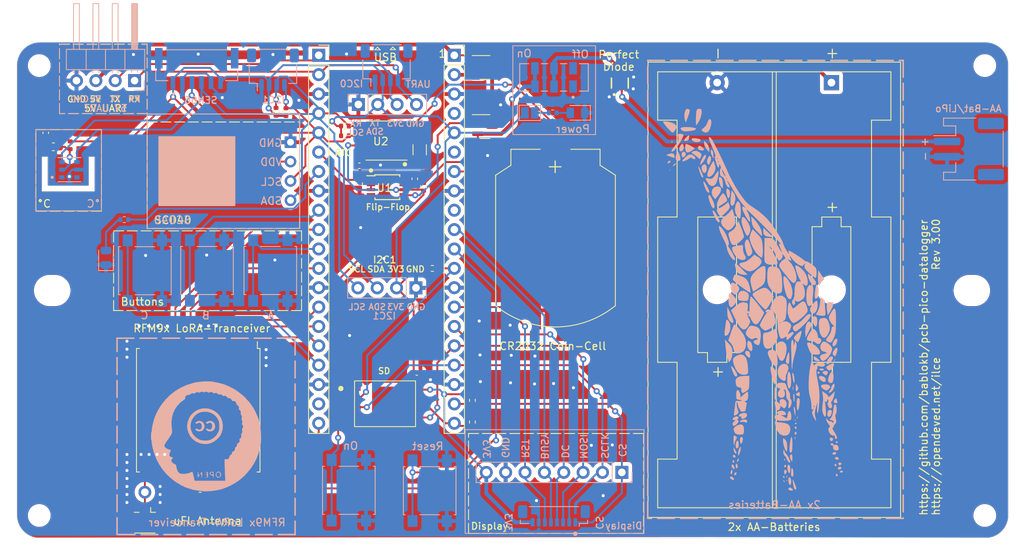
<source format=kicad_pcb>
(kicad_pcb (version 20221018) (generator pcbnew)
  (layers (0 "F.Cu" signal) (31 "B.Cu" signal) (34 "B.Paste" user) (35 "F.Paste" user) (36 "B.SilkS" user "B.Silkscreen") (37 "F.SilkS" user "F.Silkscreen") (38 "B.Mask" user) (39 "F.Mask" user) (44 "Edge.Cuts" user))
  (net 0 "")
  (net 1 "+BATT")
  (net 2 "GND")
  (net 3 "Net-(BT1-+)")
  (net 4 "/VSYS")
  (net 5 "/LoRa/ANT")
  (net 6 "SDA")
  (net 7 "/GP4_DONE")
  (net 8 "+3V3")
  (net 11 "/TX")
  (net 12 "/PC_GATE")
  (net 13 "/RX")
  (net 14 "SCL")
  (net 15 "MISO1")
  (net 16 "SCLK1")
  (net 17 "MOSI1")
  (net 18 "Lora_RST")
  (net 19 "Lora_CS")
  (net 20 "/VBUS")
  (net 21 "/GP27_ADC1")
  (net 22 "/Display_BUSY")
  (net 23 "/SD_CS")
  (net 24 "/Display_RST")
  (net 25 "/Display_DC")
  (net 26 "/MOSI0")
  (net 27 "/SCLK0")
  (net 28 "/Display_CS")
  (net 29 "/MISO0")
  (net 30 "Net-(Q1-D)")
  (net 31 "Net-(U1-D)")
  (net 32 "Net-(U2-OSCI)")
  (net 33 "Net-(U2-OSCO)")
  (net 36 "Net-(BT2-+)")
  (net 37 "Net-(IC1-VIN1)")
  (net 38 "/PS_STATUS")
  (net 39 "/VOUT")
  (net 42 "Net-(U6-VDD)")
  (net 43 "Net-(D1-A)")
  (net 44 "Net-(D2-A)")
  (net 46 "Net-(JP1-B)")
  (net 49 "RUN")
  (net 50 "SWD")
  (net 51 "SWA")
  (net 52 "SWB")
  (net 53 "SWC")
  (net 54 "~{ON}")
  (net 57 "Lora_DIO0")
  (footprint "Connector_PinSocket_2.54mm:PinSocket_1x20_P2.54mm_Vertical" (layer "F.Cu") (at 139.65 101.65)
    (fp_text reference "J2" hide)
    (fp_text value "Conn_Pico_Left")
  )
  (footprint "Capacitor_SMD:C_0402_1005Metric" (layer "F.Cu") (at 152.5 143.25)
    (fp_text reference "C3" hide)
    (fp_text value "100nF")
  )
  (footprint "user:Antenna_THT" (layer "F.Cu") (at 116.85 158.95)
    (fp_text reference "AE2" hide)
    (fp_text value "Antenna_THT")
  )
  (footprint "Capacitor_SMD:C_0402_1005Metric" (layer "F.Cu") (at 103.85 111.82 90)
    (fp_text reference "C4" hide)
    (fp_text value "100nF")
  )
  (footprint "Capacitor_SMD:C_0402_1005Metric" (layer "F.Cu") (at 152.25 117.85 90)
    (fp_text reference "C1" hide)
    (fp_text value "100nF")
  )
  (footprint "Resistor_SMD:R_0402_1005Metric" (layer "F.Cu") (at 143.09 110.935)
    (fp_text reference "R3" hide)
    (fp_text value "10K")
  )
  (footprint "Resistor_SMD:R_0402_1005Metric" (layer "F.Cu") (at 159.8 149.75 90)
    (fp_text reference "R6" hide)
    (fp_text value "100K")
  )
  (footprint "MountingHole:MountingHole_2.5mm" (layer "F.Cu") (at 103 103)
    (fp_text reference "H1" hide)
    (fp_text value "MountingHole")
  )
  (footprint "MountingHole:MountingHole_2.5mm" (layer "F.Cu") (at 227 103)
    (fp_text reference "H2" hide)
    (fp_text value "MountingHole")
  )
  (footprint "user:MountingHole_3.5_slotted" (layer "F.Cu") (at 225.3 132.5)
    (fp_text reference "H6" hide)
    (fp_text value "BBox_Mount")
  )
  (footprint "user:U.FL_Hirose_U.FL-R-SMT-1_Vertical" (layer "F.Cu") (at 116.85 162.226 -90)
    (fp_text reference "AE1" hide)
    (fp_text value "Antenna_u.FL")
  )
  (footprint "user:Crystal_SMD_3215-2Pin_3.2x1.5mm" (layer "F.Cu") (at 152.89 114.04 90)
    (fp_text reference "Y1" hide)
    (fp_text value "Crystal")
  )
  (footprint "Resistor_SMD:R_0402_1005Metric" (layer "F.Cu") (at 145 118.5 90)
    (fp_text reference "R1" hide)
    (fp_text value "100K")
  )
  (footprint "Resistor_SMD:R_0402_1005Metric" (layer "F.Cu") (at 134.05 109.06 -90)
    (fp_text reference "R10" hide)
    (fp_text value "10K")
  )
  (footprint "Capacitor_SMD:C_0603_1608Metric" (layer "F.Cu") (at 124.1 158.45)
    (fp_text reference "C6" hide)
    (fp_text value "10µF")
  )
  (footprint "Resistor_SMD:R_0402_1005Metric" (layer "F.Cu") (at 107.05 113.45 90)
    (fp_text reference "R8" hide)
    (fp_text value "220Ω")
  )
  (footprint "MountingHole:MountingHole_2.5mm" (layer "F.Cu") (at 227 162)
    (fp_text reference "H4" hide)
    (fp_text value "MountingHole")
  )
  (footprint "user:MountingHole_3.5_slotted" (layer "F.Cu") (at 104.7 132.5)
    (fp_text reference "H5" hide)
    (fp_text value "BBox_Mount")
  )
  (footprint "user:LM66200DRLR" (layer "F.Cu") (at 179.14 105.3)
    (fp_text reference "IC1" hide)
    (fp_text value "LM66200DRLR")
  )
  (footprint "Resistor_SMD:R_0402_1005Metric" (layer "F.Cu") (at 159.8 146.9 -90)
    (fp_text reference "R5" hide)
    (fp_text value "10K")
  )
  (footprint "Battery:BatteryHolder_Keystone_2462_2xAA" (layer "F.Cu") (at 206.89 105.235 -90)
    (fp_text reference "BT2" hide)
    (fp_text value "Battery")
  )
  (footprint "Resistor_SMD:R_0402_1005Metric" (layer "F.Cu") (at 135.35 109.1 -90)
    (fp_text reference "R9" hide)
    (fp_text value "10K")
  )
  (footprint "user:HOPERF_RFM9XW_SMD" (layer "F.Cu") (at 123.85 148.2 -90)
    (fp_text reference "U7" hide)
    (fp_text value "RFM95W-868S2")
  )
  (footprint "Capacitor_SMD:C_0603_1608Metric" (layer "F.Cu") (at 104.85 113.65 180)
    (fp_text reference "C5" hide)
    (fp_text value "10µF")
  )
  (footprint "Package_SO:TSSOP-8_3x3mm_P0.65mm" (layer "F.Cu") (at 148.65 118.95)
    (fp_text reference "U1")
    (fp_text value "74LVC2G74")
  )
  (footprint "user:CR2032_Holder" (layer "F.Cu") (at 170.7 124.075 90)
    (fp_text reference "BT1" hide)
    (fp_text value "Coin_Cell")
  )
  (footprint "user:XTSD" (layer "F.Cu") (at 148.35 147.255)
    (fp_text reference "U4" hide)
    (fp_text value "XTSD")
  )
  (footprint "MountingHole:MountingHole_2.5mm" (layer "F.Cu") (at 103 162)
    (fp_text reference "H3" hide)
    (fp_text value "MountingHole")
  )
  (footprint "Resistor_SMD:R_0402_1005Metric" (layer "F.Cu") (at 153.4 118.9 -90)
    (fp_text reference "R2" hide)
    (fp_text value "10K")
  )
  (footprint "Capacitor_SMD:C_0402_1005Metric" (layer "F.Cu") (at 144.98 116.14)
    (fp_text reference "C2" hide)
    (fp_text value "100nF")
  )
  (footprint "Connector_PinSocket_2.54mm:PinSocket_1x20_P2.54mm_Vertical" (layer "F.Cu") (at 157.43 101.65)
    (fp_text reference "J3" hide)
    (fp_text value "Conn_Pico_Right")
  )
  (footprint "Package_TO_SOT_SMD:SOT-23" (layer "F.Cu") (at 161.45 111)
    (fp_text reference "Q1" hide)
    (fp_text value "AO3401A")
  )
  (footprint "Package_SO:SOIC-8_3.9x4.9mm_P1.27mm" (layer "F.Cu") (at 147.79 112.84 180)
    (fp_text reference "U2")
    (fp_text value "PCF8523T")
  )
  (footprint "Resistor_SMD:R_0402_1005Metric" (layer "F.Cu") (at 154.55 129.6)
    (fp_text reference "R7" hide)
    (fp_text value "10K")
  )
  (footprint "Package_TO_SOT_SMD:SOT-23" (layer "F.Cu") (at 161.45 103.25)
    (fp_text reference "Q2" hide)
    (fp_text value "AO3401A")
  )
  (footprint "Resistor_SMD:R_0402_1005Metric" (layer "F.Cu") (at 143.09 112.205)
    (fp_text reference "R4" hide)
    (fp_text value "10K")
  )
  (footprint "user:giraffe" (layer "B.Cu") (at 197.082707 135.960722 180)
    (fp_text reference "G***")
    (fp_text value "LOGO" hide)
  )
  (footprint "Connector_PinHeader_2.54mm:PinHeader_1x04_P2.54mm_Horizontal" (layer "B.Cu") (at 115.5 104.975 90)
    (fp_text reference "J12" hide)
    (fp_text value "Conn_UART_5V")
  )
  (footprint "LED_SMD:LED_0805_2012Metric" (layer "B.Cu") (at 111.75 128.2 90)
    (fp_text reference "D2" hide)
    (fp_text value "LED red")
  )
  (footprint "LOGO" (layer "B.Cu") (at 124.873939 151.635095 180)
    (fp_text reference "G***" hide)
    (fp_text value "LOGO" hide)
  )
  (footprint "user:JST_SH_SM04B-SRSS-TB_1x04-1MP_P1.00mm_Horizontal" (layer "B.Cu") (at 148.54 102.95)
    (fp_text reference "J9" hide)
    (fp_text value "Conn_I2C0")
  )
  (footprint "Connector_PinHeader_2.54mm:PinHeader_1x04_P2.54mm_Vertical" (layer "B.Cu") (at 144.85 108.1 -90)
    (fp_text reference "J14" hide)
    (fp_text value "THT_I2C0" hide)
  )
  (footprint "LED_SMD:LED_0805_2012Metric" (layer "B.Cu") (at 173.5875 109.2 180)
    (fp_text reference "D1" hide)
    (fp_text value "LED green")
  )
  (footprint "user:SW_SPST_B3S-1000" (layer "B.Cu") (at 133.3 129.875 -90)
    (fp_text reference "SW1" hide)
    (fp_text value "SW_Push")
  )
  (footprint "Connector_PinHeader_2.54mm:PinHeader_1x04_P2.54mm_Vertical" (layer "B.Cu") (at 152.4 132.15 90)
    (fp_text reference "J13" hide)
    (fp_text value "THT_I2C1" hide)
  )
  (footprint "user:SW_SPST_B3S-1000" (layer "B.Cu") (at 116.85 129.9 -90)
    (fp_text reference "SW3" hide)
    (fp_text value "SW_Push")
  )
  (footprint "user:JST_SUR_BM08B-SURS-TF_1x08-1MP_P0.80mm_Vertical" (layer "B.Cu") (at 170.5 162.05 180)
    (fp_text reference "J6" hide)
    (fp_text value "Conn_Display")
  )
  (footprint "user:JST_SH_SM04B-SRSS-TB_1x04-1MP_P1.00mm_Horizontal" (layer "B.Cu") (at 133.65 103.55)
    (fp_text reference "J11" hide)
    (fp_text value "Conn_I2C1")
  )
  (footprint "Resistor_SMD:R_0402_1005Metric" (layer "B.Cu") (at 114.15 123.2)
    (fp_text reference "R12" hide)
    (fp_text value "330Ω")
  )
  (footprint "Connector_PinHeader_2.54mm:PinHeader_1x08_P2.54mm_Vertical" (layer "B.Cu") (at 179.405 156.35 90)
    (fp_text reference "J17" hide)
    (fp_text value "Disp_THT")
  )
  (footprint "user:SW_SPST_B3S-1000" (layer "B.Cu") (at 154.2 158.75 -90)
    (fp_text reference "SW4" hide)
    (fp_text value "SW_Push")
  )
  (footprint "user:SCD40_Breakout" (layer "B.Cu") (at 135.95 113.05 180)
    (fp_text reference "U5" hide)
    (fp_text value "SCD40_Breakout")
  )
  (footprint "user:SW_SPST_B3S-1000" (layer "B.Cu") (at 125 129.875 -90)
    (fp_text reference "SW2" hide)
    (fp_text value "SW_Push")
  )
  (footprint "Jumper:SolderJumper-2_P1.3mm_Open_Pad1.0x1.5mm" (layer "B.Cu") (at 167.3375 109.2)
    (fp_text reference "JP1" hide)
    (fp_text value "JP_Power")
  )
  (footprint "user:SW_SPST_B3S-1000" (layer "B.Cu") (at 143.6 158.7 -90)
    (fp_text reference "SW5" hide)
    (fp_text value "SW_Push")
  )
  (footprint "user:JST_SM06B-GHS-TB_LF_SN" (layer "B.Cu") (at 123.65 103.35)
    (fp_text reference "J4" hide)
    (fp_text value "SM06B-GHS-TB_LF_SN")
  )
  (footprint "user:JST_PH_S2B-PH-SM4-TB_1x02-1MP_P2.00mm_Horizontal" (layer "B.Cu") (at 224.9 113.95 -90)
    (fp_text reference "J1" hide)
    (fp_text value "JST-PH2 Bat")
  )
  (footprint "user:AHT20" (layer "B.Cu") (at 106.95 116.65)
    (fp_text reference "U6" hide)
    (fp_text value "AHT20")
  )
  (footprint "user:SW_JS202011JCQN" (layer "B.Cu") (at 170.505 104.55 90)
    (fp_text reference "S1" hide)
    (fp_text value "JS202011JCQN")
  )
  (footprint "Resistor_SMD:R_0402_1005Metric" (layer "B.Cu") (at 170.3375 109.2)
    (fp_text reference "R11" hide)
    (fp_text value "1K")
  )
  (gr_rect (start 105.65 100.2) (end 117.15 109.3) (stroke (width 0.12) (type dash)) (fill none) (layer "B.SilkS"))
  (gr_rect (start 102.55 111.4) (end 111.15 122.05) (stroke (width 0.12)) (fill none) (layer "B.SilkS"))
  (gr_rect (start 113.2 138.75) (end 136.55 164.5) (stroke (width 0.2) (type dash)) (fill none) (layer "B.SilkS"))
  (gr_circle (center 173.3 164.4) (end 173.076393 164.4) (stroke (width 0.12)) (fill solid) (layer "B.SilkS"))
  (gr_rect (start 165.105 100.4) (end 175.955 112.05) (stroke (width 0.12)) (fill none) (layer "B.SilkS"))
  (gr_rect (start 182.8 102.325) (end 216.3 162.375) (stroke (width 0.2) (type dash)) (fill none) (layer "B.SilkS"))
  (gr_rect (start 158.85 150.75) (end 182.3 164.35) (stroke (width 0.12)) (fill none) (layer "B.SilkS"))
  (gr_rect (start 105.65 100.2) (end 117.15 109.3) (stroke (width 0.12) (type dash)) (fill none) (layer "F.SilkS"))
  (gr_line (start 149.73 100.91) (end 149.05 100.91) (stroke (width 0.12)) (layer "F.SilkS"))
  (gr_line (start 149.36 100.57) (end 149.73 100.91) (stroke (width 0.12)) (layer "F.SilkS"))
  (gr_line (start 147.02 100.93) (end 147.35 100.59) (stroke (width 0.12)) (layer "F.SilkS"))
  (gr_rect (start 117.15 110.4) (end 137.15 124.35) (stroke (width 0.12) (type dash)) (fill none) (layer "F.SilkS"))
  (gr_line (start 144.89 100.93) (end 144.87 100.93) (stroke (width 0.12)) (layer "F.SilkS"))
  (gr_rect (start 102.55 111.4) (end 111.15 122.1) (stroke (width 0.12) (type dash)) (fill none) (layer "F.SilkS"))
  (gr_circle (center 146.5 116.75) (end 146.5 116.973607) (stroke (width 0.12)) (fill solid) (layer "F.SilkS"))
  (gr_rect (start 112.75 124.675) (end 137.4 135.125) (stroke (width 0.12) (type dash)) (fill none) (layer "F.SilkS"))
  (gr_circle (center 150.95 115.95) (end 150.95 116.173607) (stroke (width 0.12)) (fill solid) (layer "F.SilkS"))
  (gr_line (start 147.72 100.93) (end 147.04 100.93) (stroke (width 0.12)) (layer "F.SilkS"))
  (gr_line (start 149.05 100.91) (end 149.03 100.91) (stroke (width 0.12)) (layer "F.SilkS"))
  (gr_line (start 147.35 100.59) (end 147.72 100.93) (stroke (width 0.12)) (layer "F.SilkS"))
  (gr_line (start 149.03 100.91) (end 149.36 100.57) (stroke (width 0.12)) (layer "F.SilkS"))
  (gr_rect (start 159.3 151.25) (end 182.25 164.35) (stroke (width 0.12) (type dash)) (fill none) (layer "F.SilkS"))
  (gr_line locked (start 227.082526 164.955) (end 103.082526 164.955) (stroke (width 0.05)) (layer "Edge.Cuts"))
  (gr_line locked (start 100.082526 161.955) (end 100.082526 102.955) (stroke (width 0.05)) (layer "Edge.Cuts"))
  (gr_arc locked (start 230.082526 161.955) (mid 229.203846 164.07632) (end 227.082526 164.955) (stroke (width 0.05)) (layer "Edge.Cuts"))
  (gr_line locked (start 103.082526 99.955) (end 227.082526 99.955) (stroke (width 0.05)) (layer "Edge.Cuts"))
  (gr_line locked (start 230.082526 102.955) (end 230.082526 161.955) (stroke (width 0.05)) (layer "Edge.Cuts"))
  (gr_arc locked (start 103.082526 164.955) (mid 100.961206 164.07632) (end 100.082526 161.955) (stroke (width 0.05)) (layer "Edge.Cuts"))
  (gr_poly (pts (xy 104.1 114.95) (xy 104.1 118.75) (xy 109.5 118.75) (xy 109.5 114.95) (xy 110.25 114.95) (xy 110.25 119.5) (xy 103.35 119.5) (xy 103.35 114.95)) (stroke (width 0.05)) (fill none) (layer "Edge.Cuts"))
  (gr_arc locked (start 227.082526 99.955) (mid 229.203846 100.83368) (end 230.082526 102.955) (stroke (width 0.05)) (layer "Edge.Cuts"))
  (gr_arc locked (start 100.082526 102.955) (mid 100.961206 100.83368) (end 103.082526 99.955) (stroke (width 0.05)) (layer "Edge.Cuts"))
  (gr_text "SEN66" (at 124.2 107.55) (layer "B.SilkS") (effects (font (size 0.9 0.9)) (justify mirror)))
  (gr_text "+" (at 219.25 113 -90) (layer "B.SilkS") (effects (font (size 1 1)) (justify mirror)))
  (gr_text "I2C1" (at 148.24 135.83) (layer "B.SilkS") (effects (font (size 0.9 0.9)) (justify mirror)))
  (gr_text "SCLK" (at 177.15 152.8525 -90) (layer "B.SilkS") (effects (font (size 0.9 0.9)) (justify mirror)))
  (gr_text "TX" (at 147.01 110.55) (layer "B.SilkS") (effects (font (size 0.8 0.8)) (justify mirror)))
  (gr_text "Power" (at 175.305 111.9) (layer "B.SilkS") (effects (font (size 1 1)) (justify left bottom mirror)))
  (gr_text "Display" (at 179.65 163.35) (layer "B.SilkS") (effects (font (size 0.9 0.9)) (justify mirror)))
  (gr_text "AA-Bat/LiPo" (at 224.85 108.65) (layer "B.SilkS") (effects (font (size 0.9 0.9)) (justify mirror)))
  (gr_text "5V UART" (at 111.7 108.6) (layer "B.SilkS") (effects (font (size 0.9 0.9)) (justify mirror)))
  (gr_text "SDA" (at 147.311906 134.65) (layer "B.SilkS") (effects (font (size 0.8 0.8)) (justify mirror)))
  (gr_text "RX" (at 115.5 107.4) (layer "B.SilkS") (effects (font (size 0.8 0.8)) (justify mirror)))
  (gr_text "RX" (at 144.52 110.58) (layer "B.SilkS") (effects (font (size 0.8 0.8)) (justify mirror)))
  (gr_text "SCL" (at 144.46 111.8) (layer "B.SilkS") (effects (font (size 0.8 0.8)) (justify mirror)))
  (gr_text "A" (at 133.9 136.35) (layer "B.SilkS") (effects (font (size 1 1)) (justify left bottom mirror)))
  (gr_text "5V" (at 110.42 107.4) (layer "B.SilkS") (effects (font (size 0.8 0.8)) (justify mirror)))
  (gr_text "SCL" (at 144.661906 134.65) (layer "B.SilkS") (effects (font (size 0.8 0.8)) (justify mirror)))
  (gr_text "DC" (at 171.96 153.589938 -90) (layer "B.SilkS") (effects (font (size 0.9 0.9)) (justify mirror)))
  (gr_text "On" (at 167.655 102) (layer "B.SilkS") (effects (font (size 1 1)) (justify left bottom mirror)))
  (gr_text "3V3" (at 149.71 110.58) (layer "B.SilkS") (effects (font (size 0.8 0.8)) (justify mirror)))
  (gr_text "BUSY" (at 169.26 152.889938 -90) (layer "B.SilkS") (effects (font (size 0.9 0.9)) (justify mirror)))
  (gr_text "3V3" (at 161.65 153.278572 -90) (layer "B.SilkS") (effects (font (size 0.9 0.9)) (justify mirror)))
  (gr_text "-" (at 219.3 114.9 -90) (layer "B.SilkS") (effects (font (size 1 1)) (justify mirror)))
  (gr_text "GND" (at 152.3 110.61) (layer "B.SilkS") (effects (font (size 0.8 0.8)) (justify mirror)))
  (gr_text "C" (at 117.4 136.35) (layer "B.SilkS") (effects (font (size 1 1)) (justify left bottom mirror)))
  (gr_text "Reset" (at 156.1 153.5) (layer "B.SilkS") (effects (font (size 1 1)) (justify left bottom mirror)))
  (gr_text "MOSI" (at 174.36 152.939938 -90) (layer "B.SilkS") (effects (font (size 0.9 0.9)) (justify mirror)))
  (gr_text "I2C1" (at 133.7 107.5) (layer "B.SilkS") (effects (font (size 0.9 0.9)) (justify mirror)))
  (gr_text "UART" (at 152.68 105.44) (layer "B.SilkS") (effects (font (size 0.9 0.9)) (justify mirror)))
  (gr_text "TX" (at 112.96 107.4) (layer "B.SilkS") (effects (font (size 0.8 0.8)) (justify mirror)))
  (gr_text "CS" (at 176.45 162.95 -90) (layer "B.SilkS") (effects (font (size 0.9 0.9)) (justify mirror)))
  (gr_text "GND" (at 108.28 107.4) (layer "B.SilkS") (effects (font (size 0.8 0.8)) (justify mirror)))
  (gr_text "I2C0" (at 143.95 105.38) (layer "B.SilkS") (effects (font (size 0.9 0.9)) (justify mirror)))
  (gr_text "On" (at 144.9 153.45) (layer "B.SilkS") (effects (font (size 1 1)) (justify left bottom mirror)))
  (gr_text "GND" (at 152.411906 134.65) (layer "B.SilkS") (effects (font (size 0.8 0.8)) (justify mirror)))
  (gr_text "3V3" (at 149.761906 134.65) (layer "B.SilkS") (effects (font (size 0.8 0.8)) (justify mirror)))
  (gr_text "2x AA-Batteries" (at 205.59143 161.2) (layer "B.SilkS") (effects (font (size 1 1)) (justify left bottom mirror)))
  (gr_text "CS" (at 179.46 153.439938 -90) (layer "B.SilkS") (effects (font (size 0.9 0.9)) (justify mirror)))
  (gr_text "°C" (at 111.1 121.7) (layer "B.SilkS") (effects (font (size 1 1)) (justify left bottom mirror)))
  (gr_text "GND" (at 164.11 153.089938 -90) (layer "B.SilkS") (effects (font (size 0.9 0.9)) (justify mirror)))
  (gr_text "Off" (at 175.155 102.1) (layer "B.SilkS") (effects (font (size 1 1)) (justify left bottom mirror)))
  (gr_text "RFM9x LoRA-Tranceiver" (at 135.4 163.5) (layer "B.SilkS") (effects (font (size 1 1)) (justify left bottom mirror)))
  (gr_text "B" (at 125.45 136.35) (layer "B.SilkS") (effects (font (size 1 1)) (justify left bottom mirror)))
  (gr_text "3V3" (at 164.51 162.939938 -90) (layer "B.SilkS") (effects (font (size 0.9 0.9)) (justify mirror)))
  (gr_text "SDA" (at 147.02 111.65) (layer "B.SilkS") (effects (font (size 0.8 0.8)) (justify mirror)))
  (gr_text "RST" (at 166.71 153.239938 -90) (layer "B.SilkS") (effects (font (size 0.9 0.9)) (justify mirror)))
  (gr_text "TX" (at 112.95 107.4) (layer "F.SilkS") (effects (font (size 0.8 0.8))))
  (gr_text "Perfect\nDiode" (at 179 103.75) (layer "F.SilkS") (effects (font (size 1 1)) (justify bottom)))
  (gr_text "5V UART" (at 111.691906 108.6) (layer "F.SilkS") (effects (font (size 0.9 0.9))))
  (gr_text "2x AA-Batteries" (at 193.198571 164.1) (layer "F.SilkS") (effects (font (size 1 1)) (justify left bottom)))
  (gr_text "https://github.com/bablokb/pcb-pico-datalogger\nhttps://opendeved.net/ilce               Rev 3.00" (at 219.8 162.1 90) (layer "F.SilkS") (effects (font (size 1 1)) (justify left)))
  (gr_text "RTC" (at 141.65 114.45) (layer "F.SilkS") (effects (font (size 0.8 0.8)) (justify left)))
  (gr_text "SCD40" (at 118 123.85) (layer "F.SilkS") (effects (font (size 1 1)) (justify left bottom)))
  (gr_text "3V3" (at 149.761906 129.7) (layer "F.SilkS") (effects (font (size 0.8 0.8))))
  (gr_text "GND" (at 107.9 107.4) (layer "F.SilkS") (effects (font (size 0.8 0.8))))
  (gr_text "USB" (at 146.8 102.5) (layer "F.SilkS") (effects (font (size 1 1)) (justify left bottom)))
  (gr_text "RX" (at 115.45 107.4) (layer "F.SilkS") (effects (font (size 0.8 0.8))))
  (gr_text "GND" (at 152.311906 129.7) (layer "F.SilkS") (effects (font (size 0.8 0.8))))
  (gr_text "1" (at 155.85 101.45) (layer "F.SilkS") (effects (font (size 1 1))))
  (gr_text "Flip-Flop" (at 145.75 121.55) (layer "F.SilkS") (effects (font (size 0.8 0.8)) (justify left)))
  (gr_text "CR2032 Coin-Cell" (at 163.25 140.375) (layer "F.SilkS") (effects (font (size 1 1)) (justify left bottom)))
  (gr_text "5V" (at 110.35 107.4) (layer "F.SilkS") (effects (font (size 0.8 0.8))))
  (gr_text "Buttons" (at 113.6 134.55) (layer "F.SilkS") (effects (font (size 1 1)) (justify left bottom)))
  (gr_text "°C" (at 102.65 121.7) (layer "F.SilkS") (effects (font (size 1 1)) (justify left bottom)))
  (gr_text "Display" (at 162.05 163.4) (layer "F.SilkS") (effects (font (size 0.9 0.9))))
  (gr_text "uFl Antenna" (at 120.5 163.3) (layer "F.SilkS") (effects (font (size 1 1)) (justify left bottom)))
  (gr_text "SD" (at 147.35 143.05) (layer "F.SilkS") (effects (font (size 0.8 0.8)) (justify left)))
  (gr_text "RFM9x LoRA-Tranceiver" (at 115.25 138.05) (layer "F.SilkS") (effects (font (size 1 1)) (justify left bottom)))
  (gr_text "SDA" (at 147.161906 129.7) (layer "F.SilkS") (effects (font (size 0.8 0.8))))
  (gr_text "I2C1" (at 148.3 128.47) (layer "F.SilkS") (effects (font (size 0.9 0.9))))
  (gr_text "SCL" (at 144.661906 129.7) (layer "F.SilkS") (effects (font (size 0.8 0.8))))
  (segment (start 160.5125 111.95) (end 163.6 111.95) (width 0.5) (layer "F.Cu") (net 1))
  (segment (start 152.25 118.33) (end 153.62 118.33) (width 0.25) (layer "F.Cu") (net 1))
  (segment (start 145.202391 116.85) (end 149.675 116.85) (width 0.25) (layer "F.Cu") (net 1))
  (segment (start 156.3 115.65) (end 158.35 115.65) (width 0.25) (layer "F.Cu") (net 1))
  (segment (start 153.62 118.33) (end 156.3 115.65) (width 0.25) (layer "F.Cu") (net 1))
  (segment (start 149.675 116.85) (end 150.8 117.975) (width 0.25) (layer "F.Cu") (net 1))
  (segment (start 145.315 114.745) (end 144.5 115.56) (width 0.25) (layer "F.Cu") (net 1))
  (segment (start 144.5 115.56) (end 144.5 116.14) (width 0.25) (layer "F.Cu") (net 1))
  (segment (start 163.6 111.95) (end 165 110.55) (width 0.5) (layer "F.Cu") (net 1))
  (segment (start 158.35 115.65) (end 160.5125 113.4875) (width 0.25) (layer "F.Cu") (net 1))
  (segment (start 144.5 116.147609) (end 145.202391 116.85) (width 0.25) (layer "F.Cu") (net 1))
  (segment (start 150.8 118.625) (end 151.955 118.625) (width 0.25) (layer "F.Cu") (net 1))
  (segment (start 160.5125 113.4875) (end 160.5125 111.95) (width 0.25) (layer "F.Cu") (net 1))
  (segment (start 144.5 116.14) (end 144.5 116.147609) (width 0.25) (layer "F.Cu") (net 1))
  (segment (start 165 110.55) (end 165 107.4) (width 0.5) (layer "F.Cu") (net 1))
  (segment (start 151.955 118.625) (end 152.25 118.33) (width 0.25) (layer "F.Cu") (net 1))
  (segment (start 150.8 118.625) (end 150.8 117.975) (width 0.25) (layer "F.Cu") (net 1))
  (via (at 165 107.4) (size 0.8) (drill 0.4) (layers "F.Cu" "B.Cu") (net 1))
  (segment (start 168.005 103.35) (end 168.005 105.75) (width 0.5) (layer "B.Cu") (net 1))
  (segment (start 166.65 105.75) (end 168.005 105.75) (width 0.5) (layer "B.Cu") (net 1))
  (segment (start 165 107.4) (end 166.65 105.75) (width 0.5) (layer "B.Cu") (net 1))
  (segment (start 179.89 106.04) (end 180.89 106.04) (width 0.25) (layer "F.Cu") (net 2))
  (segment (start 145.46 116.14) (end 147.66 116.14) (width 0.25) (layer "F.Cu") (net 2))
  (segment (start 180.89 106.04) (end 180.9 106.05) (width 0.25) (layer "F.Cu") (net 2))
  (segment (start 178.39 106.04) (end 178.39 106.46) (width 0.25) (layer "F.Cu") (net 2))
  (segment (start 180.91 104.54) (end 180.95 104.5) (width 0.25) (layer "F.Cu") (net 2))
  (segment (start 178.39 106.46) (end 177.75 107.1) (width 0.25) (layer "F.Cu") (net 2))
  (segment (start 179.89 104.54) (end 180.91 104.54) (width 0.25) (layer "F.Cu") (net 2))
  (segment (start 150.265 110.935) (end 148.8 110.935) (width 0.25) (layer "F.Cu") (net 2))
  (segment (start 147.66 116.14) (end 147.75 116.05) (width 0.25) (layer "F.Cu") (net 2))
  (via (at 124.95 127.85) (size 0.8) (drill 0.4) (layers "F.Cu" "B.Cu") (net 2))
  (via (at 114.5 154) (size 0.8) (drill 0.4) (layers "F.Cu" "B.Cu") (net 2))
  (via (at 164.9 141) (size 0.8) (drill 0.4) (layers "F.Cu" "B.Cu") (net 2))
  (via (at 164.75 137.05) (size 0.8) (drill 0.4) (layers "F.Cu" "B.Cu") (net 2))
  (via (at 164.8 144.6) (size 0.8) (drill 0.4) (layers "F.Cu" "B.Cu") (net 2))
  (via (at 173.05 145.25) (size 0.8) (drill 0.4) (layers "F.Cu" "B.Cu") (net 2))
  (via (at 177.75 107.1) (size 0.8) (drill 0.4) (layers "F.Cu" "B.Cu") (net 2))
  (via (at 114.5 160.3) (size 0.8) (drill 0.4) (layers "F.Cu" "B.Cu") (net 2))
  (via (at 160.8 140.95) (size 0.8) (drill 0.4) (layers "F.Cu" "B.Cu") (net 2))
  (via (at 126.2 137.15) (size 0.8) (drill 0.4) (layers "F.Cu" "B.Cu") (net 2))
  (via (at 145.15 124.25) (size 0.8) (drill 0.4) (layers "F.Cu" "B.Cu") (net 2))
  (via (at 167.95 144.75) (size 0.8) (drill 0.4) (layers "F.Cu" "B.Cu") (net 2))
  (via (at 160.85 144.45) (size 0.8) (drill 0.4) (layers "F.Cu" "B.Cu") (net 2))
  (via (at 118.85 158.2) (size 0.8) (drill 0.4) (layers "F.Cu" "B.Cu") (net 2))
  (via (at 163.5 108.15) (size 0.8) (drill 0.4) (layers "F.Cu" "B.Cu") (net 2))
  (via (at 148.2 128.3) (size 0.8) (drill 0.4) (layers "F.Cu" "B.Cu") (net 2))
  (via (at 132.75 142.35) (size 0.8) (drill 0.4) (layers "F.Cu" "B.Cu") (net 2))
  (via (at 137.05 107.55) (size 0.8) (drill 0.4) (layers "F.Cu" "B.Cu") (net 2))
  (via (at 143.7 138.4) (size 0.8) (drill 0.4) (layers "F.Cu" "B.Cu") (net 2))
  (via (at 123.85 101.5) (size 0.8) (drill 0.4) (layers "F.Cu" "B.Cu") (net 2))
  (via (at 114.5 141.25) (size 0.8) (drill 0.4) (layers "F.Cu" "B.Cu") (net 2))
  (via (at 133.9 128.5) (size 0.8) (drill 0.4) (layers "F.Cu" "B.Cu") (net 2))
  (via (at 106.95 117.55) (size 0.8) (drill 0.4) (layers "F.Cu" "B.Cu") (net 2))
  (via (at 127 107.2) (size 0.8) (drill 0.4) (layers "F.Cu" "B.Cu") (net 2))
  (via (at 119.8 137.15) (size 0.8) (drill 0.4) (layers "F.Cu" "B.Cu") (net 2))
  (via (at 114.5 156.1) (size 0.8) (drill 0.4) (layers "F.Cu" "B.Cu") (net 2))
  (via (at 180.95 104.5) (size 0.8) (drill 0.4) (layers "F.Cu" "B.Cu") (net 2))
  (via (at 143.3 101.48) (size 0.8) (drill 0.4) (layers "F.Cu" "B.Cu") (net 2))
  (via (at 176.95 159.4) (size 0.8) (drill 0.4) (layers "F.Cu" "B.Cu") (net 2))
  (via (at 114.5 158.2) (size 0.8) (drill 0.4) (layers "F.Cu" "B.Cu") (net 2))
  (via (at 178.15 152.75) (size 0.8) (drill 0.4) (layers "F.Cu" "B.Cu") (net 2))
  (via (at 119.45 154) (size 0.8) (drill 0.4) (layers "F.Cu" "B.Cu") (net 2))
  (via (at 160.7 136.5) (size 0.8) (drill 0.4) (layers "F.Cu" "B.Cu") (net 2))
  (via (at 132.75 141.3) (size 0.8) (drill 0.4) (layers "F.Cu" "B.Cu") (net 2))
  (via (at 118.566666 137.15) (size 0.8) (drill 0.4) (layers "F.Cu" "B.Cu") (net 2))
  (via (at 118.85 160.3) (size 0.8) (drill 0.4) (layers "F.Cu" "B.Cu") (net 2))
  (via (at 125.2 137.15) (size 0.8) (drill 0.4) (layers "F.Cu" "B.Cu") (net 2))
  (via (at 180.9 106.05) (size 0.8) (drill 0.4) (layers "F.Cu" "B.Cu") (net 2))
  (via (at 114.5 159.25) (size 0.8) (drill 0.4) (layers "F.Cu" "B.Cu") (net 2))
  (via (at 133.65 101.55) (size 0.8) (drill 0.4) (layers "F.Cu" "B.Cu") (net 2))
  (via (at 118.45 154) (size 0.8) (drill 0.4) (layers "F.Cu" "B.Cu") (net 2))
  (via (at 118.85 159.25) (size 0.8) (drill 0.4) (layers "F.Cu" "B.Cu") (net 2))
  (via (at 168 141.1) (size 0.8) (drill 0.4) (layers "F.Cu" "B.Cu") (net 2))
  (via (at 114.5 157.15) (size 0.8) (drill 0.4) (layers "F.Cu" "B.Cu") (net 2))
  (via (at 114.5 139.15) (size 0.8) (drill 0.4) (layers "F.Cu" "B.Cu") (net 2))
  (via (at 116.95 127.9) (size 0.8) (drill 0.4) (layers "F.Cu" "B.Cu") (net 2))
  (via (at 170.45 144.7) (size 0.8) (drill 0.4) (layers "F.Cu" "B.Cu") (net 2))
  (via (at 116.1 137.15) (size 0.8) (drill 0.4) (layers "F.Cu" "B.Cu") (net 2))
  (via (at 116.35 154) (size 0.8) (drill 0.4) (layers "F.Cu" "B.Cu") (net 2))
  (via (at 117.333333 137.15) (size 0.8) (drill 0.4) (layers "F.Cu" "B.Cu") (net 2))
  (via (at 161.8 114.8) (size 0.8) (drill 0.4) (layers "F.Cu" "B.Cu") (net 2))
  (via (at 154.3 144.2) (size 0.8) (drill 0.4) (layers "F.Cu" "B.Cu") (net 2))
  (via (at 117.4 154) (size 0.8) (drill 0.4) (layers "F.Cu" "B.Cu") (net 2))
  (via (at 175.4 152.8) (size 0.8) (drill 0.4) (layers "F.Cu" "B.Cu") (net 2))
  (via (at 124.2 137.15) (size 0.8) (drill 0.4) (layers "F.Cu" "B.Cu") (net 2))
  (via (at 115.35 101.55) (size 0.8) (drill 0.4) (layers "F.Cu" "B.Cu") (net 2))
  (via (at 147.75 116.05) (size 0.8) (drill 0.4) (layers "F.Cu" "B.Cu") (net 2))
  (via (at 132.75 140.25) (size 0.8) (drill 0.4) (layers "F.Cu" "B.Cu") (net 2))
  (via (at 168.2 160.05) (size 0.8) (drill 0.4) (layers "F.Cu" "B.Cu") (net 2))
  (via (at 114.5 155.05) (size 0.8) (drill 0.4) (layers "F.Cu" "B.Cu") (net 2))
  (via (at 114.5 140.2) (size 0.8) (drill 0.4) (layers "F.Cu" "B.Cu") (net 2))
  (segment (start 106.95 117.05) (end 107.35 116.65) (width 0.25) (layer "B.Cu") (net 2))
  (segment (start 125.525 105.225) (end 125.525 105.725) (width 0.25) (layer "B.Cu") (net 2))
  (segment (start 168.2 160.05) (end 168.5 160.35) (width 0.25) (layer "B.Cu") (net 2))
  (segment (start 106.95 117.55) (end 106.95 117.05) (width 0.25) (layer "B.Cu") (net 2))
  (segment (start 125.525 105.725) (end 127 107.2) (width 0.25) (layer "B.Cu") (net 2))
  (segment (start 125.525 105.225) (end 125.525 104.675) (width 0.25) (layer "B.Cu") (net 2))
  (segment (start 168.5 160.35) (end 168.5 162.9) (width 0.25) (layer "B.Cu") (net 2))
  (segment (start 125.525 104.675) (end 124.9 104.05) (width 0.25) (layer "B.Cu") (net 2))
  (segment (start 122.4 104.05) (end 121.775 104.675) (width 0.25) (layer "B.Cu") (net 2))
  (segment (start 107.35 116.65) (end 107.935 116.65) (width 0.25) (layer "B.Cu") (net 2))
  (segment (start 121.775 104.675) (end 121.775 105.225) (width 0.25) (layer "B.Cu") (net 2))
  (segment (start 124.9 104.05) (end 122.4 104.05) (width 0.25) (layer "B.Cu") (net 2))
  (segment (start 165.3 105.5) (end 170.7 110.9) (width 0.25) (layer "F.Cu") (net 3))
  (segment (start 170.7 110.9) (end 170.7 113.05) (width 0.25) (layer "F.Cu") (net 3))
  (segment (start 164.1 105.5) (end 165.3 105.5) (width 0.25) (layer "F.Cu") (net 3))
  (segment (start 150.641751 112.205) (end 154.85 107.996751) (width 0.25) (layer "F.Cu") (net 3))
  (segment (start 150.265 112.205) (end 150.641751 112.205) (width 0.25) (layer "F.Cu") (net 3))
  (via (at 164.1 105.5) (size 0.8) (drill 0.4) (layers "F.Cu" "B.Cu") (net 3))
  (via (at 154.85 107.996751) (size 0.8) (drill 0.4) (layers "F.Cu" "B.Cu") (net 3))
  (segment (start 164.1 105.5) (end 156.7 105.5) (width 0.25) (layer "B.Cu") (net 3))
  (segment (start 154.85 107.35) (end 154.85 107.996751) (width 0.25) (layer "B.Cu") (net 3))
  (segment (start 156.7 105.5) (end 154.85 107.35) (width 0.25) (layer "B.Cu") (net 3))
  (segment (start 157.4525 104.2125) (end 157.43 104.19) (width 0.5) (layer "F.Cu") (net 4))
  (segment (start 160.2 104.2125) (end 157.4525 104.2125) (width 0.5) (layer "F.Cu") (net 4))
  (segment (start 116.85 158.95) (end 116.85 161.42) (width 0.25) (layer "F.Cu") (net 5))
  (segment (start 116.85 156.2) (end 116.85 158.95) (width 0.25) (layer "F.Cu") (net 5))
  (segment (start 145.315 110.935) (end 143.6 110.935) (width 0.25) (layer "F.Cu") (net 6))
  (segment (start 134.05 108.55) (end 134.05 107.45) (width 0.25) (layer "F.Cu") (net 6))
  (segment (start 143.6 110.935) (end 141.935 109.27) (width 0.25) (layer "F.Cu") (net 6))
  (segment (start 141.935 109.27) (end 139.65 109.27) (width 0.25) (layer "F.Cu") (net 6))
  (via (at 134.05 107.45) (size 0.8) (drill 0.4) (layers "F.Cu" "B.Cu") (net 6))
  (segment (start 139.65 109.27) (end 139.57 109.35) (width 0.25) (layer "B.Cu") (net 6))
  (segment (start 134.55 104.45) (end 134.15 104.85) (width 0.25) (layer "B.Cu") (net 6))
  (segment (start 141.7 112.8) (end 142.96 114.06) (width 0.25) (layer "B.Cu") (net 6))
  (segment (start 134.05 105.65) (end 134.15 105.55) (width 0.25) (layer "B.Cu") (net 6))
  (segment (start 135.500908 104.45) (end 134.55 104.45) (width 0.25) (layer "B.Cu") (net 6))
  (segment (start 120.3 111.4) (end 124.275 107.425) (width 0.25) (layer "B.Cu") (net 6))
  (segment (start 139.65 108.599092) (end 135.500908 104.45) (width 0.25) (layer "B.Cu") (net 6))
  (segment (start 125.1 107) (end 124.425 106.325) (width 0.25) (layer "B.Cu") (net 6))
  (segment (start 124.425 106.325) (end 124.275 106.175) (width 0.25) (layer "B.Cu") (net 6))
  (segment (start 134.15 104.85) (end 134.15 105.55) (width 0.25) (layer "B.Cu") (net 6))
  (segment (start 107.935 115.65) (end 107.935 114.165) (width 0.25) (layer "B.Cu") (net 6))
  (segment (start 137.45 119.17) (end 137.45 111.47) (width 0.25) (layer "B.Cu") (net 6))
  (segment (start 139.65 109.27) (end 139.65 109.869903) (width 0.25) (layer "B.Cu") (net 6))
  (segment (start 124.275 106.175) (end 124.275 105.225) (width 0.25) (layer "B.Cu") (net 6))
  (segment (start 124.275 107.425) (end 124.275 106.175) (width 0.25) (layer "B.Cu") (net 6))
  (segment (start 139.65 109.27) (end 139.65 108.599092) (width 0.25) (layer "B.Cu") (net 6))
  (segment (start 127.45 109.35) (end 125.1 107) (width 0.25) (layer "B.Cu") (net 6))
  (segment (start 139.57 109.35) (end 127.45 109.35) (width 0.25) (layer "B.Cu") (net 6))
  (segment (start 137.45 111.47) (end 139.65 109.27) (width 0.25) (layer "B.Cu") (net 6))
  (segment (start 107.935 114.165) (end 110.7 111.4) (width 0.25) (layer "B.Cu") (net 6))
  (segment (start 141.7 111.919903) (end 141.7 112.8) (width 0.25) (layer "B.Cu") (net 6))
  (segment (start 135.95 120.67) (end 137.45 119.17) (width 0.25) (layer "B.Cu") (net 6))
  (segment (start 139.65 109.869903) (end 141.7 111.919903) (width 0.25) (layer "B.Cu") (net 6))
  (segment (start 142.96 114.06) (end 142.96 127.79) (width 0.25) (layer "B.Cu") (net 6))
  (segment (start 134.05 107.45) (end 134.05 105.65) (width 0.25) (layer "B.Cu") (net 6))
  (segment (start 142.96 127.79) (end 147.32 132.15) (width 0.25) (layer "B.Cu") (net 6))
  (segment (start 110.7 111.4) (end 120.3 111.4) (width 0.25) (layer "B.Cu") (net 6))
  (segment (start 143.29 117.99) (end 145 117.99) (width 0.25) (layer "F.Cu") (net 7))
  (segment (start 139.65 114.35) (end 143.29 117.99) (width 0.25) (layer "F.Cu") (net 7))
  (segment (start 146.5 117.975) (end 145.085 117.975) (width 0.25) (layer "F.Cu") (net 7))
  (segment (start 124.875 158.45) (end 124.875 156.225) (width 0.25) (layer "F.Cu") (net 8))
  (segment (start 124.875 156.225) (end 124.85 156.2) (width 0.25) (layer "F.Cu") (net 8))
  (segment (start 159.8 146.39) (end 159.51 146.1) (width 0.25) (layer "F.Cu") (net 8))
  (segment (start 152.1 143.17) (end 152.1 134.39) (width 0.25) (layer "F.Cu") (net 8))
  (segment (start 154.25 145.5) (end 152.5 145.5) (width 0.25) (layer "F.Cu") (net 8))
  (segment (start 152.05 145.05) (end 152.05 143.28) (width 0.25) (layer "F.Cu") (net 8))
  (segment (start 152.41 129.6) (end 149.86 132.15) (width 0.25) (layer "F.Cu") (net 8))
  (segment (start 152.02 143.25) (end 152.1 143.17) (width 0.25) (layer "F.Cu") (net 8))
  (segment (start 134.09 109.61) (end 134.05 109.57) (width 0.25) (layer "F.Cu") (net 8))
  (segment (start 161.625 156.35) (end 159.525 158.45) (width 0.25) (layer "F.Cu") (net 8))
  (segment (start 152.05 143.28) (end 152.02 143.25) (width 0.25) (layer "F.Cu") (net 8))
  (segment (start 159.51 146.1) (end 156.1 146.1) (width 0.25) (layer "F.Cu") (net 8))
  (segment (start 152.35 145.35) (end 152.05 145.05) (width 0.25) (layer "F.Cu") (net 8))
  (segment (start 152.5 145.5) (end 152.35 145.35) (width 0.25) (layer "F.Cu") (net 8))
  (segment (start 107.05 112.94) (end 114.71 112.94) (width 0.25) (layer "F.Cu") (net 8))
  (segment (start 114.71 112.94) (end 120.55 107.1) (width 0.25) (layer "F.Cu") (net 8))
  (segment (start 154.04 129.6) (end 152.41 129.6) (width 0.25) (layer "F.Cu") (net 8))
  (segment (start 152.1 134.39) (end 149.86 132.15) (width 0.25) (layer "F.Cu") (net 8))
  (segment (start 142.58 110.935) (end 142.58 112.205) (width 0.25) (layer "F.Cu") (net 8))
  (segment (start 135.95 115.59) (end 129.04 115.59) (width 0.25) (layer "F.Cu") (net 8))
  (segment (start 129.04 115.59) (end 120.55 107.1) (width 0.25) (layer "F.Cu") (net 8))
  (segment (start 142.58 110.935) (end 142.035 110.935) (width 0.25) (layer "F.Cu") (net 8))
  (segment (start 133.079855 108.599855) (end 134.05 109.57) (width 0.25) (layer "F.Cu") (net 8))
  (segment (start 135.35 109.61) (end 134.09 109.61) (width 0.25) (layer "F.Cu") (net 8))
  (segment (start 142.035 110.935) (end 141.4 110.3) (width 0.25) (layer "F.Cu") (net 8))
  (segment (start 159.525 158.45) (end 124.875 158.45) (width 0.25) (layer "F.Cu") (net 8))
  (via (at 133.079855 108.599855) (size 0.8) (drill 0.4) (layers "F.Cu" "B.Cu") (net 8))
  (via (at 154.25 145.5) (size 0.8) (drill 0.4) (layers "F.Cu" "B.Cu") (net 8))
  (via (at 156.1 146.1) (size 0.8) (drill 0.4) (layers "F.Cu" "B.Cu") (net 8))
  (via (at 120.55 107.1) (size 0.8) (drill 0.4) (layers "F.Cu" "B.Cu") (net 8))
  (via (at 141.4 110.3) (size 0.8) (drill 0.4) (layers "F.Cu" "B.Cu") (net 8))
  (segment (start 165.4 162.9) (end 167.7 162.9) (width 0.5) (layer "B.Cu") (net 8))
  (segment (start 149.85 124.45) (end 149.85 132.14) (width 0.25) (layer "B.Cu") (net 8))
  (segment (start 133.079855 108.599855) (end 133.079855 105.620145) (width 0.25) (layer "B.Cu") (net 8))
  (segment (start 147.39 108.1) (end 148.04 107.45) (width 0.25) (layer "B.Cu") (net 8))
  (segment (start 148.04 107.45) (end 148.04 104.95) (width 0.25) (layer "B.Cu") (net 8))
  (segment (start 125.4 103.3) (end 122 103.3) (width 0.25) (layer "B.Cu") (net 8))
  (segment (start 134.975001 102.95) (end 133.15 104.775001) (width 0.25) (layer "B.Cu") (net 8))
  (segment (start 133.079855 105.620145) (end 133.15 105.55) (width 0.25) (layer "B.Cu") (net 8))
  (segment (start 157.43 111.81) (end 164.0775 111.81) (width 0.25) (layer "B.Cu") (net 8))
  (segment (start 156.255 112.985) (end 156.255 118.045) (width 0.25) (layer "B.Cu") (net 8))
  (segment (start 120.55 107.1) (end 120.55 105.25) (width 0.25) (layer "B.Cu") (net 8))
  (segment (start 141.4 110.3) (end 141.95 109.75) (width 0.25) (layer "B.Cu") (net 8))
  (segment (start 122 103.3) (end 120.525 104.775) (width 0.25) (layer "B.Cu") (net 8))
  (segment (start 126.775 105.225) (end 127.55 104.45) (width 0.25) (layer "B.Cu") (net 8))
  (segment (start 149.85 132.14) (end 149.86 132.15) (width 0.25) (layer "B.Cu") (net 8))
  (segment (start 146.814999 102.95) (end 134.975001 102.95) (width 0.25) (layer "B.Cu") (net 8))
  (segment (start 155.5 145.5) (end 154.25 145.5) (width 0.25) (layer "B.Cu") (net 8))
  (segment (start 161.625 156.35) (end 161.625 159.125) (width 0.5) (layer "B.Cu") (net 8))
  (segment (start 133.15 105.099092) (end 133.15 105.55) (width 0.25) (layer "B.Cu") (net 8))
  (segment (start 127.55 104.45) (end 132.500908 104.45) (width 0.25) (layer "B.Cu") (net 8))
  (segment (start 126.775 105.225) (end 126.775 104.675) (width 0.25) (layer "B.Cu") (net 8))
  (segment (start 132.500908 104.45) (end 133.15 105.099092) (width 0.25) (layer "B.Cu") (net 8))
  (segment (start 148.04 104.175001) (end 146.814999 102.95) (width 0.25) (layer "B.Cu") (net 8))
  (segment (start 148.94 109.65) (end 155.27 109.65) (width 0.25) (layer "B.Cu") (net 8))
  (segment (start 147.39 108.1) (end 148.94 109.65) (width 0.25) (layer "B.Cu") (net 8))
  (segment (start 141.95 109.75) (end 145.74 109.75) (width 0.25) (layer "B.Cu") (net 8))
  (segment (start 126.775 104.675) (end 125.4 103.3) (width 0.25) (layer "B.Cu") (net 8))
  (segment (start 148.04 104.95) (end 148.04 104.175001) (width 0.25) (layer "B.Cu") (net 8))
  (segment (start 164.0775 111.81) (end 166.6875 109.2) (width 0.25) (layer "B.Cu") (net 8))
  (segment (start 156.1 146.1) (end 155.5 145.5) (width 0.25) (layer "B.Cu") (net 8))
  (segment (start 155.27 109.65) (end 157.43 111.81) (width 0.25) (layer "B.Cu") (net 8))
  (segment (start 156.255 118.045) (end 149.85 124.45) (width 0.25) (layer "B.Cu") (net 8))
  (segment (start 120.525 104.775) (end 120.525 105.225) (width 0.25) (layer "B.Cu") (net 8))
  (segment (start 156.1 146.1) (end 156.1 150.825) (width 0.25) (layer "B.Cu") (net 8))
  (segment (start 120.55 105.25) (end 120.525 105.225) (width 0.25) (layer "B.Cu") (net 8))
  (segment (start 133.15 104.775001) (end 133.15 105.55) (width 0.25) (layer "B.Cu") (net 8))
  (segment (start 145.74 109.75) (end 147.39 108.1) (width 0.25) (layer "B.Cu") (net 8))
  (segment (start 156.1 150.825) (end 161.625 156.35) (width 0.25) (layer "B.Cu") (net 8))
  (segment (start 161.625 159.125) (end 165.4 162.9) (width 0.5) (layer "B.Cu") (net 8))
  (segment (start 157.43 111.81) (end 156.255 112.985) (width 0.25) (layer "B.Cu") (net 8))
  (segment (start 115.135 102.8) (end 132.024695 102.8) (width 0.25) (layer "F.Cu") (net 11))
  (segment (start 132.499695 102.325) (end 138.975 102.325) (width 0.25) (layer "F.Cu") (net 11))
  (segment (start 132.024695 102.8) (end 132.499695 102.325) (width 0.25) (layer "F.Cu") (net 11))
  (segment (start 112.96 104.975) (end 115.135 102.8) (width 0.25) (layer "F.Cu") (net 11))
  (segment (start 138.975 102.325) (end 139.65 101.65) (width 0.25) (layer "F.Cu") (net 11))
  (segment (start 149.04 104.95) (end 149.04 104.175001) (width 0.25) (layer "B.Cu") (net 11))
  (segment (start 149.93 108.1) (end 149.04 107.21) (width 0.25) (layer "B.Cu") (net 11))
  (segment (start 147.264999 102.4) (end 140.4 102.4) (width 0.25) (layer "B.Cu") (net 11))
  (segment (start 149.04 107.21) (end 149.04 104.95) (width 0.25) (layer "B.Cu") (net 11))
  (segment (start 149.04 104.175001) (end 147.264999 102.4) (width 0.25) (layer "B.Cu") (net 11))
  (segment (start 140.4 102.4) (end 139.65 101.65) (width 0.25) (layer "B.Cu") (net 11))
  (segment (start 155.25 112.15) (end 156.85 110.55) (width 0.25) (layer "F.Cu") (net 12))
  (segment (start 156.85 110.55) (end 160.0125 110.55) (width 0.25) (layer "F.Cu") (net 12))
  (segment (start 155.25 113.65) (end 155.25 112.15) (width 0.25) (layer "F.Cu") (net 12))
  (segment (start 150.8 119.925) (end 150.875 120) (width 0.25) (layer "F.Cu") (net 12))
  (segment (start 150.875 120) (end 152.3 120) (width 0.25) (layer "F.Cu") (net 12))
  (segment (start 160.0125 110.55) (end 160.5125 110.05) (width 0.25) (layer "F.Cu") (net 12))
  (via (at 155.25 113.65) (size 0.8) (drill 0.4) (layers "F.Cu" "B.Cu") (net 12))
  (via (at 152.3 120) (size 0.8) (drill 0.4) (layers "F.Cu" "B.Cu") (net 12))
  (segment (start 152.85 120) (end 155.25 117.6) (width 0.25) (layer "B.Cu") (net 12))
  (segment (start 155.25 117.6) (end 155.25 113.65) (width 0.25) (layer "B.Cu") (net 12))
  (segment (start 152.3 120) (end 152.85 120) (width 0.25) (layer "B.Cu") (net 12))
  (segment (start 140.89 102.95) (end 139.65 104.19) (width 0.25) (layer "F.Cu") (net 13))
  (segment (start 149.75 103.25) (end 149.45 102.95) (width 0.25) (layer "F.Cu") (net 13))
  (segment (start 116.675 103.8) (end 139.26 103.8) (width 0.25) (layer "F.Cu") (net 13))
  (segment (start 115.5 104.975) (end 116.675 103.8) (width 0.25) (layer "F.Cu") (net 13))
  (segment (start 149.45 102.95) (end 140.89 102.95) (width 0.25) (layer "F.Cu") (net 13))
  (segment (start 139.26 103.8) (end 139.65 104.19) (width 0.25) (layer "F.Cu") (net 13))
  (via (at 149.75 103.25) (size 0.8) (drill 0.4) (layers "F.Cu" "B.Cu") (net 13))
  (segment (start 152.47 108.1) (end 150.04 105.67) (width 0.25) (layer "B.Cu") (net 13))
  (segment (start 150.04 103.54) (end 149.75 103.25) (width 0.25) (layer "B.Cu") (net 13))
  (segment (start 150.04 104.95) (end 150.04 103.54) (width 0.25) (layer "B.Cu") (net 13))
  (segment (start 150.04 105.67) (end 150.04 104.95) (width 0.25) (layer "B.Cu") (net 13))
  (segment (start 137.9 113.56) (end 139.65 111.81) (width 0.25) (layer "F.Cu") (net 14))
  (segment (start 127.81 111.81) (end 139.65 111.81) (width 0.25) (layer "F.Cu") (net 14))
  (segment (start 139.65 111.81) (end 136.43 108.59) (width 0.25) (layer "F.Cu") (net 14))
  (segment (start 135.95 118.13) (end 137.9 116.18) (width 0.25) (layer "F.Cu") (net 14))
  (segment (start 142.805538 112.95) (end 140.79 112.95) (width 0.25) (layer "F.Cu") (net 14))
  (segment (start 143.6 112.205) (end 143.550538 112.205) (width 0.25) (layer "F.Cu") (net 14))
  (segment (start 137.9 116.18) (end 137.9 113.56) (width 0.25) (layer "F.Cu") (net 14))
  (segment (start 143.550538 112.205) (end 142.805538 112.95) (width 0.25) (layer "F.Cu") (net 14))
  (segment (start 123 107) (end 127.81 111.81) (width 0.25) (layer "F.Cu") (net 14))
  (segment (start 136.43 108.59) (end 135.35 108.59) (width 0.25) (layer "F.Cu") (net 14))
  (segment (start 123 106.9) (end 123 107) (width 0.25) (layer "F.Cu") (net 14))
  (segment (start 135.35 108.59) (end 135.35 107.75) (width 0.25) (layer "F.Cu") (net 14))
  (segment (start 140.79 112.95) (end 139.65 111.81) (width 0.25) (layer "F.Cu") (net 14))
  (segment (start 145.315 112.205) (end 143.6 112.205) (width 0.25) (layer "F.Cu") (net 14))
  (via (at 123 106.9) (size 0.8) (drill 0.4) (layers "F.Cu" "B.Cu") (net 14))
  (via (at 135.35 107.75) (size 0.8) (drill 0.4) (layers "F.Cu" "B.Cu") (net 14))
  (segment (start 105.965 115.65) (end 105.965 114.485) (width 0.25) (layer "B.Cu") (net 14))
  (segment (start 139.65 112.4) (end 142.35 115.1) (width 0.25) (layer "B.Cu") (net 14))
  (segment (start 123 106.9) (end 123.025 106.875) (width 0.25) (layer "B.Cu") (net 14))
  (segment (start 110.25 110.2) (end 119.7 110.2) (width 0.25) (layer "B.Cu") (net 14))
  (segment (start 105.965 114.485) (end 110.25 110.2) (width 0.25) (layer "B.Cu") (net 14))
  (segment (start 135.35 107.75) (end 135.35 105.75) (width 0.25) (layer "B.Cu") (net 14))
  (segment (start 142.35 115.1) (end 142.35 129.72) (width 0.25) (layer "B.Cu") (net 14))
  (segment (start 135.35 105.75) (end 135.15 105.55) (width 0.25) (layer "B.Cu") (net 14))
  (segment (start 123.025 106.875) (end 123.025 105.225) (width 0.25) (layer "B.Cu") (net 14))
  (segment (start 139.65 111.81) (end 139.65 112.4) (width 0.25) (layer "B.Cu") (net 14))
  (segment (start 142.35 129.72) (end 144.78 132.15) (width 0.25) (layer "B.Cu") (net 14))
  (segment (start 119.7 110.2) (end 123 106.9) (width 0.25) (layer "B.Cu") (net 14))
  (segment (start 128.85 140.2) (end 130.4 138.65) (width 0.25) (layer "F.Cu") (net 15))
  (segment (start 138.55 138.65) (end 139.65 139.75) (width 0.25) (layer "F.Cu") (net 15))
  (segment (start 130.4 138.65) (end 138.55 138.65) (width 0.25) (layer "F.Cu") (net 15))
  (segment (start 139.65 134.67) (end 137.97 136.35) (width 0.25) (layer "F.Cu") (net 16))
  (segment (start 128.95 136.35) (end 127.95 137.35) (width 0.25) (layer "F.Cu") (net 16))
  (segment (start 127.95 137.35) (end 127.7 137.35) (width 0.25) (layer "F.Cu") (net 16))
  (segment (start 137.97 136.35) (end 128.95 136.35) (width 0.25) (layer "F.Cu") (net 16))
  (segment (start 127.7 137.35) (end 124.85 140.2) (width 0.25) (layer "F.Cu") (net 16))
  (segment (start 129.84 137.21) (end 126.85 140.2) (width 0.25) (layer "F.Cu") (net 17))
  (segment (start 139.65 137.21) (end 129.84 137.21) (width 0.25) (layer "F.Cu") (net 17))
  (segment (start 139.65 124.51) (end 131.09 124.51) (width 0.25) (layer "F.Cu") (net 18))
  (segment (start 120.85 134.75) (end 120.85 140.2) (width 0.25) (layer "F.Cu") (net 18))
  (segment (start 131.09 124.51) (end 120.85 134.75) (width 0.25) (layer "F.Cu") (net 18))
  (segment (start 128.21 129.59) (end 122.85 134.95) (width 0.25) (layer "F.Cu") (net 19))
  (segment (start 122.85 134.95) (end 122.85 140.2) (width 0.25) (layer "F.Cu") (net 19))
  (segment (start 139.65 129.59) (end 128.21 129.59) (width 0.25) (layer "F.Cu") (net 19))
  (segment (start 156.03 100.25) (end 115.145 100.25) (width 0.5) (layer "F.Cu") (net 20))
  (segment (start 115.145 100.25) (end 110.42 104.975) (width 0.5) (layer "F.Cu") (net 20))
  (segment (start 157.43 101.65) (end 156.03 100.25) (width 0.5) (layer "F.Cu") (net 20))
  (segment (start 159.8625 101.65) (end 157.43 101.65) (width 0.25) (layer "F.Cu") (net 20))
  (segment (start 160.5125 102.3) (end 159.8625 101.65) (width 0.25) (layer "F.Cu") (net 20))
  (segment (start 170.1 157.205) (end 170.1 162.9) (width 0.25) (layer "B.Cu") (net 22))
  (segment (start 169.245 156.35) (end 169.245 135.795) (width 0.25) (layer "B.Cu") (net 22))
  (segment (start 169.245 156.35) (end 170.1 157.205) (width 0.25) (layer "B.Cu") (net 22))
  (segment (start 165.45 132) (end 157.96 124.51) (width 0.25) (layer "B.Cu") (net 22))
  (segment (start 157.96 124.51) (end 157.43 124.51) (width 0.25) (layer "B.Cu") (net 22))
  (segment (start 169.245 135.795) (end 165.5 132.05) (width 0.25) (layer "B.Cu") (net 22))
  (segment (start 145.03 146.62) (end 144.35 146.62) (width 0.25) (layer "F.Cu") (net 23))
  (segment (start 155.07 129.59) (end 155.06 129.6) (width 0.25) (layer "F.Cu") (net 23))
  (segment (start 145.85 145.8) (end 145.03 146.62) (width 0.25) (layer "F.Cu") (net 23))
  (segment (start 157.43 129.59) (end 155.07 129.59) (width 0.25) (layer "F.Cu") (net 23))
  (via (at 145.85 145.8) (size 0.8) (drill 0.4) (layers "F.Cu" "B.Cu") (net 23))
  (segment (start 146 145.65) (end 146 141.02) (width 0.25) (layer "B.Cu") (net 23))
  (segment (start 145.85 145.8) (end 146 145.65) (width 0.25) (layer "B.Cu") (net 23))
  (segment (start 146 141.02) (end 157.43 129.59) (width 0.25) (layer "B.Cu") (net 23))
  (segment (start 164.17 134.67) (end 166.7 137.2) (width 0.25) (layer "F.Cu") (net 24))
  (segment (start 157.43 134.67) (end 164.17 134.67) (width 0.25) (layer "F.Cu") (net 24))
  (via (at 166.7 137.2) (size 0.8) (drill 0.4) (layers "F.Cu" "B.Cu") (net 24))
  (segment (start 169.3 159.75) (end 169.3 162.9) (width 0.25) (layer "B.Cu") (net 24))
  (segment (start 166.7 137.2) (end 166.705 137.205) (width 0.25) (layer "B.Cu") (net 24))
  (segment (start 166.705 157.155) (end 169.3 159.75) (width 0.25) (layer "B.Cu") (net 24))
  (segment (start 166.705 156.35) (end 166.7 137.2) (width 0.25) (layer "B.Cu") (net 24))
  (segment (start 166.705 156.35) (end 166.705 157.155) (width 0.25) (layer "B.Cu") (net 24))
  (segment (start 170 138.25) (end 158.47 138.25) (width 0.25) (layer "F.Cu") (net 25))
  (segment (start 158.47 138.25) (end 157.43 137.21) (width 0.25) (layer "F.Cu") (net 25))
  (via (at 170 138.25) (size 0.8) (drill 0.4) (layers "F.Cu" "B.Cu") (net 25))
  (segment (start 171.785 156.35) (end 170.9 157.235) (width 0.25) (layer "B.Cu") (net 25))
  (segment (start 171.785 156.35) (end 171.785 140.035) (width 0.25) (layer "B.Cu") (net 25))
  (segment (start 171.785 140.035) (end 170 138.25) (width 0.25) (layer "B.Cu") (net 25))
  (segment (start 170.9 157.235) (end 170.9 162.9) (width 0.25) (layer "B.Cu") (net 25))
  (segment (start 152.36 149.15) (end 152.35 149.16) (width 0.25) (layer "F.Cu") (net 26))
  (segment (start 157.43 139.75) (end 155.2 141.98) (width 0.25) (layer "F.Cu") (net 26))
  (segment (start 154.25 149.15) (end 152.36 149.15) (width 0.25) (layer "F.Cu") (net 26))
  (segment (start 157.43 139.75) (end 172.6 139.75) (width 0.25) (layer "F.Cu") (net 26))
  (segment (start 155.2 141.98) (end 155.2 147.85) (width 0.25) (layer "F.Cu") (net 26))
  (segment (start 172.6 139.75) (end 174.35 141.5) (width 0.25) (layer "F.Cu") (net 26))
  (via (at 154.25 149.15) (size 0.8) (drill 0.4) (layers "F.Cu" "B.Cu") (net 26))
  (via (at 174.35 141.5) (size 0.8) (drill 0.4) (layers "F.Cu" "B.Cu") (net 26))
  (via (at 155.2 147.85) (size 0.8) (drill 0.4) (layers "F.Cu" "B.Cu") (net 26))
  (segment (start 155.2 148.2) (end 154.25 149.15) (width 0.25) (layer "B.Cu") (net 26))
  (segment (start 171.7 158.975) (end 171.7 162.9) (width 0.25) (layer "B.Cu") (net 26))
  (segment (start 174.325 141.525) (end 174.325 156.35) (width 0.25) (layer "B.Cu") (net 26))
  (segment (start 174.325 156.35) (end 171.7 158.975) (width 0.25) (layer "B.Cu") (net 26))
  (segment (start 174.35 141.5) (end 174.325 141.525) (width 0.25) (layer "B.Cu") (net 26))
  (segment (start 155.2 147.85) (end 155.2 148.2) (width 0.25) (layer "B.Cu") (net 26))
  (segment (start 145.95 147.8) (end 144.44 147.8) (width 0.25) (layer "F.Cu") (net 27))
  (segment (start 144.44 147.8) (end 144.35 147.89) (width 0.25) (layer "F.Cu") (net 27))
  (segment (start 172.69 142.29) (end 157.43 142.29) (width 0.25) (layer "F.Cu") (net 27))
  (segment (start 176.1 145.7) (end 172.69 142.29) (width 0.25) (layer "F.Cu") (net 27))
  (via (at 176.1 145.7) (size 0.8) (drill 0.4) (layers "F.Cu" "B.Cu") (net 27))
  (via (at 145.95 147.8) (size 0.8) (drill 0.4) (layers "F.Cu" "B.Cu") (net 27))
  (segment (start 157.42 142.3) (end 151.45 142.3) (width 0.25) (layer "B.Cu") (net 27))
  (segment (start 151.45 142.3) (end 145.95 147.8) (width 0.25) (layer "B.Cu") (net 27))
  (segment (start 157.43 142.29) (end 157.42 142.3) (width 0.25) (layer "B.Cu") (net 27))
  (segment (start 176.865 146.465) (end 176.865 156.35) (width 0.25) (layer "B.Cu") (net 27))
  (segment (start 176.865 156.35) (end 176.25 156.35) (width 0.25) (layer "B.Cu") (net 27))
  (segment (start 176.25 156.35) (end 172.5 160.1) (width 0.25) (layer "B.Cu") (net 27))
  (segment (start 176.1 145.7) (end 176.865 146.465) (width 0.25) (layer "B.Cu") (net 27))
  (segment (start 172.5 160.1) (end 172.5 162.9) (width 0.25) (layer "B.Cu") (net 27))
  (segment (start 177.56 147.36) (end 159.85 147.36) (width 0.25) (layer "F.Cu") (net 28))
  (segment (start 159.84 147.37) (end 157.43 147.37) (width 0.25) (layer "F.Cu") (net 28))
  (segment (start 159.85 147.36) (end 159.84 147.37) (width 0.25) (layer "F.Cu") (net 28))
  (segment (start 178.525 148.325) (end 177.56 147.36) (width 0.25) (layer "F.Cu") (net 28))
  (via (at 178.525 148.325) (size 0.8) (drill 0.4) (layers "F.Cu" "B.Cu") (net 28))
  (segment (start 178.525 148.325) (end 179.405 149.205) (width 0.25) (layer "B.Cu") (net 28))
  (segment (start 175.55 162.9) (end 179.405 159.045) (width 0.25) (layer "B.Cu") (net 28))
  (segment (start 175.55 162.9) (end 173.3 162.9) (width 0.25) (layer "B.Cu") (net 28))
  (segment (start 179.405 159.045) (end 179.405 156.35) (width 0.25) (layer "B.Cu") (net 28))
  (segment (start 179.405 149.205) (end 179.405 156.35) (width 0.25) (layer "B.Cu") (net 28))
  (segment (start 156.21 149.91) (end 157.43 149.91) (width 0.25) (layer "F.Cu") (net 29))
  (segment (start 157.43 149.91) (end 157.77 150.25) (width 0.25) (layer "F.Cu") (net 29))
  (segment (start 157.77 150.25) (end 159.79 150.25) (width 0.25) (layer "F.Cu") (net 29))
  (segment (start 154.19 147.89) (end 156.21 149.91) (width 0.25) (layer "F.Cu") (net 29))
  (segment (start 152.35 147.89) (end 154.19 147.89) (width 0.25) (layer "F.Cu") (net 29))
  (segment (start 159.79 150.25) (end 159.8 150.26) (width 0.25) (layer "F.Cu") (net 29))
  (segment (start 162.3875 111) (end 162.3875 103.25) (width 0.5) (layer "F.Cu") (net 30))
  (segment (start 146.5 119.275) (end 146.5 118.625) (width 0.25) (layer "F.Cu") (net 31))
  (segment (start 152.345 114.745) (end 152.89 115.29) (width 0.25) (layer "F.Cu") (net 32))
  (segment (start 150.265 114.745) (end 152.345 114.745) (width 0.25) (layer "F.Cu") (net 32))
  (segment (start 150.265 113.475) (end 152.205 113.475) (width 0.25) (layer "F.Cu") (net 33))
  (segment (start 152.205 113.475) (end 152.89 112.79) (width 0.25) (layer "F.Cu") (net 33))
  (segment (start 179.995 103.3) (end 179.39 103.905) (width 0.25) (layer "F.Cu") (net 36))
  (segment (start 206.89 105.235) (end 204.955 103.3) (width 0.5) (layer "F.Cu") (net 36))
  (segment (start 204.955 103.3) (end 179.995 103.3) (width 0.5) (layer "F.Cu") (net 36))
  (segment (start 179.39 103.905) (end 179.39 104.56) (width 0.25) (layer "F.Cu") (net 36))
  (segment (start 179.45 107.1) (end 179.39 107.04) (width 0.25) (layer "F.Cu") (net 37))
  (segment (start 179.39 107.04) (end 179.39 106.04) (width 0.25) (layer "F.Cu") (net 37))
  (via (at 179.45 107.1) (size 0.8) (drill 0.4) (layers "F.Cu" "B.Cu") (net 37))
  (segment (start 222.05 112.95) (end 185.3 112.95) (width 0.5) (layer "B.Cu") (net 37))
  (segment (start 185.3 112.95) (end 179.45 107.1) (width 0.5) (layer "B.Cu") (net 37))
  (segment (start 176.55 106.4) (end 178.39 104.56) (width 0.25) (layer "F.Cu") (net 38))
  (segment (start 171.81 116.89) (end 176.55 112.15) (width 0.25) (layer "F.Cu") (net 38))
  (segment (start 176.55 112.15) (end 176.55 106.4) (width 0.25) (layer "F.Cu") (net 38))
  (segment (start 157.43 116.89) (end 171.81 116.89) (width 0.25) (layer "F.Cu") (net 38))
  (segment (start 178.89 103.24) (end 177.75 102.1) (width 0.5) (layer "F.Cu") (net 39))
  (segment (start 178.89 106.04) (end 178.89 104.56) (width 0.25) (layer "F.Cu") (net 39))
  (segment (start 178.89 104.56) (end 178.89 103.24) (width 0.25) (layer "F.Cu") (net 39))
  (via (at 177.75 102.1) (size 0.8) (drill 0.4) (layers "F.Cu" "B.Cu") (net 39))
  (segment (start 170.505 103.35) (end 170.505 105.75) (width 0.5) (layer "B.Cu") (net 39))
  (segment (start 177.65 102) (end 170.95 102) (width 0.5) (layer "B.Cu") (net 39))
  (segment (start 177.75 102.1) (end 177.65 102) (width 0.5) (layer "B.Cu") (net 39))
  (segment (start 170.95 102) (end 170.505 102.445) (width 0.5) (layer "B.Cu") (net 39))
  (segment (start 170.505 102.445) (end 170.505 103.35) (width 0.5) (layer "B.Cu") (net 39))
  (segment (start 107 114.01) (end 107.05 113.96) (width 0.25) (layer "F.Cu") (net 42))
  (segment (start 106.65 113.96) (end 107.05 113.96) (width 0.25) (layer "F.Cu") (net 42))
  (segment (start 107 115) (end 107 114.01) (width 0.25) (layer "F.Cu") (net 42))
  (segment (start 103.85 112.3) (end 104.275 112.3) (width 0.25) (layer "F.Cu") (net 42))
  (segment (start 104.275 112.3) (end 105.625 113.65) (width 0.25) (layer "F.Cu") (net 42))
  (segment (start 105.625 113.65) (end 106.34 113.65) (width 0.25) (layer "F.Cu") (net 42))
  (segment (start 106.34 113.65) (end 106.65 113.96) (width 0.25) (layer "F.Cu") (net 42))
  (via (at 107 115) (size 0.8) (drill 0.4) (layers "F.Cu" "B.Cu") (net 42))
  (segment (start 107 115.969999) (end 107 115) (width 0.25) (layer "B.Cu") (net 42))
  (segment (start 106.319999 116.65) (end 107 115.969999) (width 0.25) (layer "B.Cu") (net 42))
  (segment (start 105.965 116.65) (end 106.319999 116.65) (width 0.25) (layer "B.Cu") (net 42))
  (segment (start 170.8475 109.2) (end 172.65 109.2) (width 0.25) (layer "B.Cu") (net 43))
  (segment (start 113.64 123.2) (end 113.4 123.2) (width 0.25) (layer "B.Cu") (net 44))
  (segment (start 111.75 124.85) (end 111.75 127.2625) (width 0.25) (layer "B.Cu") (net 44))
  (segment (start 113.4 123.2) (end 111.75 124.85) (width 0.25) (layer "B.Cu") (net 44))
  (segment (start 167.9875 109.2) (end 169.8275 109.2) (width 0.25) (layer "B.Cu") (net 46))
  (segment (start 162.55 152.15) (end 162.9 152.15) (width 0.25) (layer "F.Cu") (net 49))
  (segment (start 151.95 156.35) (end 158.35 156.35) (width 0.25) (layer "F.Cu") (net 49))
  (segment (start 158.35 156.35) (end 162.55 152.15) (width 0.25) (layer "F.Cu") (net 49))
  (via (at 151.95 156.35) (size 0.8) (drill 0.4) (layers "F.Cu" "B.Cu") (net 49))
  (via (at 162.9 152.15) (size 0.8) (drill 0.4) (layers "F.Cu" "B.Cu") (net 49))
  (segment (start 157.43 127.05) (end 162.9 132.52) (width 0.25) (layer "B.Cu") (net 49))
  (segment (start 151.95 156.35) (end 151.95 162.725) (width 0.25) (layer "B.Cu") (net 49))
  (segment (start 162.9 132.52) (end 162.9 152.15) (width 0.25) (layer "B.Cu") (net 49))
  (segment (start 151.95 156.35) (end 151.95 154.775) (width 0.25) (layer "B.Cu") (net 49))
  (segment (start 136.400251 121.757) (end 137.9 120.257251) (width 0.25) (layer "B.Cu") (net 50))
  (segment (start 117.05 123.2) (end 118.493 121.757) (width 0.25) (layer "B.Cu") (net 50))
  (segment (start 137.9 120.257251) (end 137.9 118.64) (width 0.25) (layer "B.Cu") (net 50))
  (segment (start 137.9 118.64) (end 139.65 116.89) (width 0.25) (layer "B.Cu") (net 50))
  (segment (start 114.66 123.2) (end 117.05 123.2) (width 0.25) (layer "B.Cu") (net 50))
  (segment (start 118.493 121.757) (end 136.400251 121.757) (width 0.25) (layer "B.Cu") (net 50))
  (segment (start 132.2 127.05) (end 131.05 125.9) (width 0.25) (layer "B.Cu") (net 51))
  (segment (start 131.05 133.85) (end 131.05 125.9) (width 0.25) (layer "B.Cu") (net 51))
  (segment (start 139.65 127.05) (end 132.2 127.05) (width 0.25) (layer "B.Cu") (net 51))
  (segment (start 138.8 122.82) (end 125.83 122.82) (width 0.25) (layer "B.Cu") (net 52))
  (segment (start 139.65 121.97) (end 138.8 122.82) (width 0.25) (layer "B.Cu") (net 52))
  (segment (start 125.83 122.82) (end 122.75 125.9) (width 0.25) (layer "B.Cu") (net 52))
  (segment (start 122.75 133.85) (end 122.75 125.9) (width 0.25) (layer "B.Cu") (net 52))
  (segment (start 114.6 133.875) (end 115.925 135.2) (width 0.25) (layer "B.Cu") (net 53))
  (segment (start 139.64 142.29) (end 139.65 142.29) (width 0.25) (layer "B.Cu") (net 53))
  (segment (start 132.55 135.2) (end 139.64 142.29) (width 0.25) (layer "B.Cu") (net 53))
  (segment (start 114.6 133.875) (end 114.6 125.925) (width 0.25) (layer "B.Cu") (net 53))
  (segment (start 115.925 135.2) (end 132.55 135.2) (width 0.25) (layer "B.Cu") (net 53))
  (segment (start 150.775 119.3) (end 150.8 119.275) (width 0.25) (layer "F.Cu") (net 54))
  (segment (start 142.2 131.125305) (end 142.2 151.8) (width 0.25) (layer "F.Cu") (net 54))
  (segment (start 149.8 119.3) (end 150.775 119.3) (width 0.25) (layer "F.Cu") (net 54))
  (segment (start 153.4 119.925305) (end 142.2 131.125305) (width 0.25) (layer "F.Cu") (net 54))
  (segment (start 150.8 119.275) (end 153.265 119.275) (width 0.25) (layer "F.Cu") (net 54))
  (segment (start 143.525 113.475) (end 143.5 113.45) (width 0.25) (layer "F.Cu") (net 54))
  (segment (start 153.4 119.41) (end 153.4 119.925305) (width 0.25) (layer "F.Cu") (net 54))
  (segment (start 145.315 113.475) (end 143.525 113.475) (width 0.25) (layer "F.Cu") (net 54))
  (segment (start 153.25 119.44) (end 153.26 119.45) (width 0.25) (layer "F.Cu") (net 54))
  (segment (start 153.265 119.275) (end 153.4 119.41) (width 0.25) (layer "F.Cu") (net 54))
  (via (at 143.5 113.45) (size 0.8) (drill 0.4) (layers "F.Cu" "B.Cu") (net 54))
  (via (at 149.8 119.3) (size 0.8) (drill 0.4) (layers "F.Cu" "B.Cu") (net 54))
  (via (at 142.2 151.8) (size 0.8) (drill 0.4) (layers "F.Cu" "B.Cu") (net 54))
  (segment (start 142.2 153.25) (end 141.35 154.1) (width 0.25) (layer "B.Cu") (net 54))
  (segment (start 141.35 154.725) (end 141.35 162.675) (width 0.25) (layer "B.Cu") (net 54))
  (segment (start 141.35 154.1) (end 141.35 154.725) (width 0.25) (layer "B.Cu") (net 54))
  (segment (start 143.5 118.15) (end 143.5 113.45) (width 0.25) (layer "B.Cu") (net 54))
  (segment (start 149.8 119.3) (end 144.65 119.3) (width 0.25) (layer "B.Cu") (net 54))
  (segment (start 142.2 151.8) (end 142.2 153.25) (width 0.25) (layer "B.Cu") (net 54))
  (segment (start 144.65 119.3) (end 143.5 118.15) (width 0.25) (layer "B.Cu") (net 54))
  (segment (start 132.8 158) (end 128.65 158) (width 0.25) (layer "F.Cu") (net 57))
  (segment (start 128.65 158) (end 126.85 156.2) (width 0.25) (layer "F.Cu") (net 57))
  (segment (start 139.65 149.91) (end 139.65 151.15) (width 0.25) (layer "F.Cu") (net 57))
  (segment (start 139.65 151.15) (end 132.8 158) (width 0.25) (layer "F.Cu") (net 57))
  (zone (net 2) (net_name "GND") (layer "F.Cu") (connect_pads (clearance 0.508)) (min_thickness 0.254) (fill yes (thermal_gap 0.508) (thermal_bridge_width 0.508))
    (polygon (pts (xy 230.117474 164.795) (xy 100.067474 164.895) (xy 99.917474 99.945) (xy 230.017474 99.845)))
    (polygon (pts (xy 149 110) (xy 149 116.6) (xy 146.75 116.6) (xy 146.75 110.05) (xy 144.1 110.05) (xy 144.1 115.6) (xy 146 115.55) (xy 145.95 116.55) (xy 145.2 116.55) (xy 145.2 116.7) (xy 154.05 116.65) (xy 154.05 109.95)))
  )
  (zone (net 2) (net_name "GND") (layer "B.Cu") (connect_pads (clearance 0.508)) (min_thickness 0.254) (fill yes (thermal_gap 0.508) (thermal_bridge_width 0.508))
    (polygon (pts (xy 154.4 116.65) (xy 144.2 116.65) (xy 144.2 110.15) (xy 154.4 110.15)))
  )
  (zone (net 2) (net_name "GND") (layer "B.Cu") (connect_pads (clearance 0.508)) (min_thickness 0.254) (fill yes (thermal_gap 0.508) (thermal_bridge_width 0.508))
    (polygon (pts (xy 230.103384 164.899841) (xy 100.103384 164.649841) (xy 100.003384 99.649841) (xy 230.053384 99.899841)))
    (polygon (pts (xy 144.153384 109.749841) (xy 144.153384 116.749841) (xy 154.503384 116.749841) (xy 154.503384 109.749841)))
  )
)
</source>
